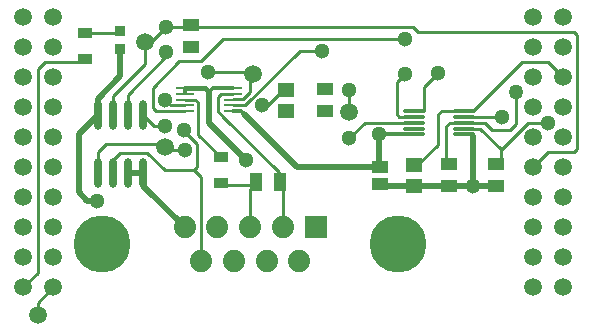
<source format=gtl>
G04 Layer_Physical_Order=1*
G04 Layer_Color=25308*
%FSLAX42Y42*%
%MOMM*%
G71*
G01*
G75*
%ADD10R,1.30X0.90*%
%ADD11R,1.45X1.05*%
%ADD12R,1.45X1.15*%
%ADD13O,0.70X2.50*%
%ADD14O,2.00X0.30*%
%ADD15R,0.90X0.90*%
%ADD16R,1.14X1.52*%
%ADD17R,1.35X1.10*%
%ADD18O,1.55X0.25*%
%ADD19C,1.52*%
%ADD20C,0.25*%
%ADD21C,0.30*%
%ADD22C,0.50*%
%ADD23C,0.40*%
%ADD24C,0.35*%
%ADD25C,4.83*%
%ADD26C,1.88*%
%ADD27R,1.88X1.88*%
%ADD28C,1.30*%
%ADD29C,1.27*%
D10*
X5650Y7740D02*
D03*
Y7520D02*
D03*
X6800Y6465D02*
D03*
Y6685D02*
D03*
D11*
X6550Y7803D02*
D03*
Y7618D02*
D03*
X8730Y6447D02*
D03*
Y6632D02*
D03*
X9130Y6447D02*
D03*
Y6632D02*
D03*
X7680Y7262D02*
D03*
Y7078D02*
D03*
D12*
X8440Y6618D02*
D03*
Y6443D02*
D03*
X7350Y7257D02*
D03*
Y7082D02*
D03*
D13*
X6140Y7045D02*
D03*
X6013D02*
D03*
X5886D02*
D03*
X5759D02*
D03*
X6140Y6555D02*
D03*
X6013D02*
D03*
X5886D02*
D03*
X5759D02*
D03*
D14*
X8440Y7080D02*
D03*
Y7030D02*
D03*
Y6980D02*
D03*
Y6930D02*
D03*
Y6880D02*
D03*
X8860Y7080D02*
D03*
Y7030D02*
D03*
Y6980D02*
D03*
Y6930D02*
D03*
Y6880D02*
D03*
D15*
X5950Y7605D02*
D03*
Y7755D02*
D03*
D16*
X7098Y6475D02*
D03*
X7302D02*
D03*
D17*
X8150Y6460D02*
D03*
Y6600D02*
D03*
D18*
X6903Y7075D02*
D03*
Y7125D02*
D03*
Y7175D02*
D03*
Y7225D02*
D03*
Y7275D02*
D03*
X6498Y7075D02*
D03*
Y7125D02*
D03*
Y7175D02*
D03*
Y7225D02*
D03*
Y7275D02*
D03*
D19*
X6160Y7660D02*
D03*
X6325Y6775D02*
D03*
X7890Y7070D02*
D03*
X7070Y7390D02*
D03*
X5250Y5350D02*
D03*
X5127Y7873D02*
D03*
X5381D02*
D03*
X5127Y7619D02*
D03*
X5381D02*
D03*
X5127Y7365D02*
D03*
X5381D02*
D03*
X5127Y7111D02*
D03*
X5381D02*
D03*
X5127Y6857D02*
D03*
X5381D02*
D03*
X5127Y6603D02*
D03*
X5381D02*
D03*
X5127Y6349D02*
D03*
X5381D02*
D03*
X5127Y6095D02*
D03*
X5381D02*
D03*
X5127Y5841D02*
D03*
X5381D02*
D03*
X5127Y5587D02*
D03*
X5381D02*
D03*
X9445Y7873D02*
D03*
X9699D02*
D03*
X9445Y7619D02*
D03*
X9699D02*
D03*
X9445Y7365D02*
D03*
X9699D02*
D03*
X9445Y7111D02*
D03*
X9699D02*
D03*
X9445Y6857D02*
D03*
X9699D02*
D03*
X9445Y6603D02*
D03*
X9699D02*
D03*
X9445Y6349D02*
D03*
X9699D02*
D03*
X9445Y6095D02*
D03*
X9699D02*
D03*
X9445Y5841D02*
D03*
X9699D02*
D03*
X9445Y5587D02*
D03*
X9699D02*
D03*
D20*
X6340Y7540D02*
Y7580D01*
X6013Y7213D02*
X6340Y7540D01*
X6013Y7045D02*
Y7213D01*
X7005Y7125D02*
X7470Y7590D01*
X6979Y7125D02*
X7005D01*
X6979Y7125D02*
X6979Y7125D01*
X6903Y7125D02*
X6979D01*
X6986Y7176D02*
X7050Y7240D01*
X6903Y7176D02*
X6986D01*
X8470Y7750D02*
X9790D01*
X8430Y7790D02*
X8470Y7750D01*
X6340Y7790D02*
X8430D01*
X6820Y7690D02*
X8360D01*
X8360Y7690D01*
X7470Y7590D02*
X7660D01*
X6630Y7500D02*
X6820Y7690D01*
X8860Y7080D02*
X8940D01*
X9350Y7490D02*
X9574D01*
X8940Y7080D02*
X9350Y7490D01*
X9790Y7750D02*
X9820Y7720D01*
Y6760D02*
Y7720D01*
X9790Y6730D02*
X9820Y6760D01*
X9572Y6730D02*
X9790D01*
X9445Y6603D02*
X9572Y6730D01*
X8995Y6930D02*
X9170Y6755D01*
Y6672D02*
Y6755D01*
X9130Y6632D02*
X9170Y6672D01*
X9100Y6920D02*
X9250D01*
X9040Y6980D02*
X9100Y6920D01*
X8860Y6980D02*
X9040D01*
X9300Y6970D02*
Y7240D01*
X9250Y6920D02*
X9300Y6970D01*
X9400Y6980D02*
X9570D01*
X9172Y6752D02*
X9400Y6980D01*
X8860Y7030D02*
X9180D01*
X8740Y6980D02*
X8860D01*
X8710Y6950D02*
X8740Y6980D01*
X8710Y6612D02*
Y6950D01*
X8860Y6930D02*
X8995D01*
X8710Y6612D02*
X8730Y6632D01*
X8670Y7080D02*
X8860D01*
X8640Y7050D02*
X8670Y7080D01*
X8640Y6793D02*
Y7050D01*
X8465Y6618D02*
X8640Y6793D01*
X8020Y6980D02*
X8440D01*
X7890Y6850D02*
X8020Y6980D01*
X8290Y7320D02*
X8360Y7390D01*
X8310Y7030D02*
X8440D01*
X8290Y7050D02*
X8310Y7030D01*
X8290Y7050D02*
Y7320D01*
X9574Y7490D02*
X9699Y7365D01*
X7890Y7070D02*
Y7253D01*
X8520Y7280D02*
X8640Y7400D01*
X8520Y7080D02*
Y7280D01*
X7325Y7257D02*
X7350D01*
X8440Y6618D02*
X8465D01*
X9675Y7365D02*
X9699D01*
X7050Y7240D02*
Y7370D01*
X7070Y7390D01*
X7197Y7130D02*
X7325Y7257D01*
X7150Y7130D02*
X7197D01*
X6450Y7500D02*
X6630D01*
X6225Y7275D02*
X6450Y7500D01*
X6210Y7660D02*
X6340Y7790D01*
X6160Y7660D02*
X6210D01*
X6160Y7480D02*
Y7660D01*
X5886Y7206D02*
X6160Y7480D01*
X5886Y7045D02*
Y7206D01*
X7050Y7410D02*
X7070Y7390D01*
X6690Y7410D02*
X7050D01*
X5250Y5456D02*
X5381Y5587D01*
X5250Y5350D02*
Y5456D01*
X5127Y5587D02*
X5250Y5710D01*
X6225Y7100D02*
Y7275D01*
X5250Y5710D02*
Y7430D01*
X5127Y5587D02*
X5137D01*
X5759Y6734D02*
X5825Y6800D01*
X5759Y6555D02*
Y6734D01*
X5600Y7490D02*
X5650Y7540D01*
X5310Y7490D02*
X5600D01*
X5915Y7740D02*
X5950Y7775D01*
X5650Y7740D02*
X5915D01*
X5250Y7430D02*
X5310Y7490D01*
X6498Y7175D02*
X6584D01*
X6608Y7151D01*
Y6877D02*
Y7151D01*
Y6877D02*
X6800Y6685D01*
X6485Y6915D02*
X6600Y6800D01*
Y6600D02*
Y6800D01*
X6377Y7125D02*
X6500D01*
X6327Y7175D02*
X6377Y7125D01*
X6325Y6575D02*
X6575D01*
X6175Y6725D02*
X6325Y6575D01*
X6630Y6300D02*
X6635Y5808D01*
X6350Y6750D02*
X6525D01*
X6300Y6800D02*
X6350Y6750D01*
X6225Y7100D02*
X6250Y7075D01*
X6498D01*
X6815Y6450D02*
X7051D01*
X6800Y6465D02*
X6815Y6450D01*
X5950Y6725D02*
X6175D01*
X5886Y6661D02*
X5950Y6725D01*
X6775Y7074D02*
Y7200D01*
Y7074D02*
X6819Y7030D01*
X6820D02*
X7290Y6560D01*
X6819Y7030D02*
X6820D01*
X7290Y6475D02*
Y6560D01*
X5886Y6555D02*
Y6661D01*
X5825Y6800D02*
X6300D01*
X6140Y6446D02*
Y6555D01*
X6775Y7200D02*
X6800Y7225D01*
X6903D01*
X6140Y7045D02*
X6235Y6950D01*
X6325D01*
X6498Y7275D02*
X6498Y7276D01*
X6575Y6575D02*
X6630Y6520D01*
Y6300D02*
Y6520D01*
X6575Y6575D02*
X6600Y6600D01*
X7328Y6092D02*
Y6437D01*
X7290Y6475D02*
X7328Y6437D01*
X7051Y6092D02*
Y6416D01*
X7110Y6475D01*
D21*
X6975Y7075D02*
X7000Y7050D01*
X6903Y7075D02*
X6975D01*
X8140Y6880D02*
X8440D01*
D22*
X7000Y7050D02*
X7450Y6600D01*
X8120D01*
X8170Y6440D02*
X8940D01*
X9122D02*
X9130Y6447D01*
X8940Y6440D02*
X9122D01*
X8150Y6460D02*
X8170Y6440D01*
X8120Y6600D02*
X8140Y6620D01*
Y6880D01*
Y6610D02*
Y6620D01*
X8940Y6440D02*
Y6870D01*
X5600Y6886D02*
X5759Y7045D01*
X5600Y6390D02*
Y6886D01*
Y6390D02*
X5670Y6320D01*
X5750D01*
X5950Y7375D02*
Y7605D01*
X5759Y7184D02*
X5950Y7375D01*
X5759Y7045D02*
Y7184D01*
X6013Y6555D02*
X6140D01*
Y6446D02*
X6495Y6092D01*
X6700Y6975D02*
X7012Y6662D01*
X6700Y6975D02*
Y7240D01*
D23*
X6498Y7276D02*
X6664D01*
X6700Y7240D01*
D24*
X6736Y7276D01*
X6903D01*
X6498Y7228D02*
Y7275D01*
D25*
X5799Y5950D02*
D03*
X8301D02*
D03*
D26*
X6635Y5808D02*
D03*
X6911D02*
D03*
X7189D02*
D03*
X7466D02*
D03*
X6495Y6092D02*
D03*
X6772D02*
D03*
X7051D02*
D03*
X7328D02*
D03*
D27*
X7605D02*
D03*
D28*
X8140Y6880D02*
D03*
X8360Y7690D02*
D03*
X7660Y7590D02*
D03*
X9180Y7030D02*
D03*
X9570Y6980D02*
D03*
X7890Y7253D02*
D03*
Y6850D02*
D03*
X8640Y7400D02*
D03*
X8360Y7390D02*
D03*
X8940Y6440D02*
D03*
X7150Y7130D02*
D03*
X6340Y7790D02*
D03*
Y7580D02*
D03*
X6690Y7410D02*
D03*
X6325Y7175D02*
D03*
X5750Y6320D02*
D03*
X6490Y6920D02*
D03*
X6500Y6750D02*
D03*
X7012Y6662D02*
D03*
X6325Y6950D02*
D03*
D29*
X9300Y7240D02*
D03*
M02*

</source>
